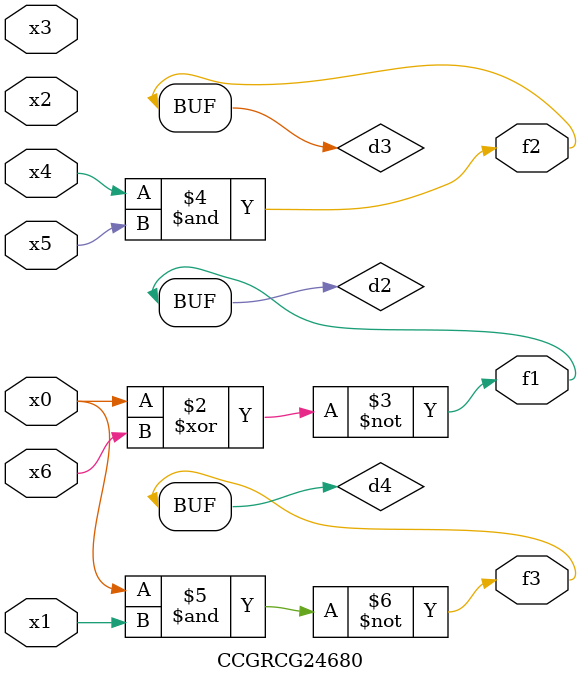
<source format=v>
module CCGRCG24680(
	input x0, x1, x2, x3, x4, x5, x6,
	output f1, f2, f3
);

	wire d1, d2, d3, d4;

	nor (d1, x0);
	xnor (d2, x0, x6);
	and (d3, x4, x5);
	nand (d4, x0, x1);
	assign f1 = d2;
	assign f2 = d3;
	assign f3 = d4;
endmodule

</source>
